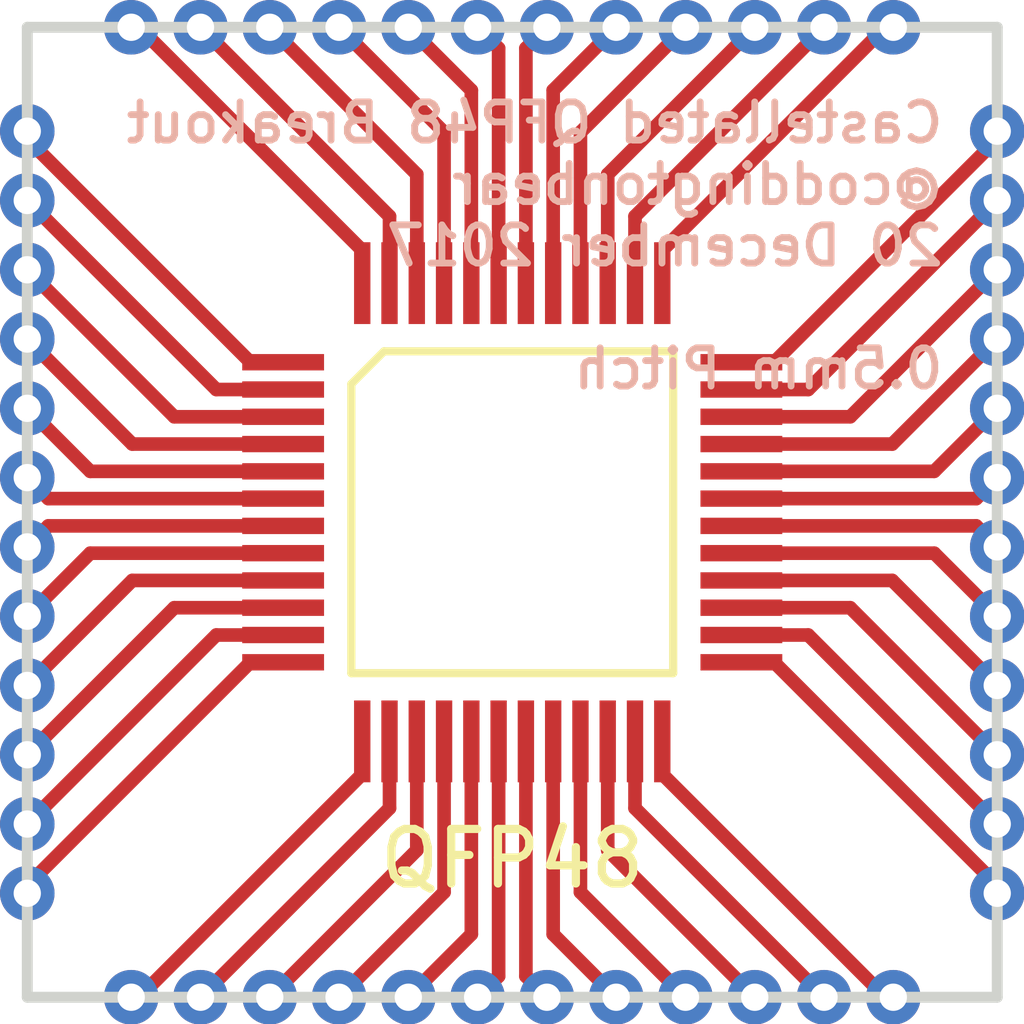
<source format=kicad_pcb>
(kicad_pcb (version 20221018) (generator pcbnew)
  (layers (0 "F.Cu" signal) (31 "B.Cu" signal) (34 "B.Paste" user) (35 "F.Paste" user) (36 "B.SilkS" user "B.Silkscreen") (37 "F.SilkS" user "F.Silkscreen") (38 "B.Mask" user) (39 "F.Mask" user) (44 "Edge.Cuts" user))
  (net 0 "")
  (footprint "adamgreig/agg-kicad/agg.pretty:LQFP-48" (layer "F.Cu") (at 171.45 78.105)
    (fp_text reference "REF**")
    (fp_text value "QFP48" (at 0 6.35) (layer "F.SilkS"))
    (fp_line (start -2.95 -2.35) (end -2.35 -2.95) (stroke (width 0.15)) (layer "F.SilkS"))
    (fp_line (start -2.95 2.95) (end -2.95 -2.35) (stroke (width 0.15)) (layer "F.SilkS"))
    (fp_line (start -2.35 -2.95) (end 2.95 -2.95) (stroke (width 0.15)) (layer "F.SilkS"))
    (fp_line (start 2.95 -2.95) (end 2.95 2.95) (stroke (width 0.15)) (layer "F.SilkS"))
    (fp_line (start 2.95 2.95) (end -2.95 2.95) (stroke (width 0.15)) (layer "F.SilkS"))
    (pad "1" smd rect (at -4.2 -2.75) (size 1.5 0.3) (layers "F.Cu" "F.Paste" "F.Mask"))
    (pad "2" smd rect (at -4.2 -2.25) (size 1.5 0.3) (layers "F.Cu" "F.Paste" "F.Mask"))
    (pad "3" smd rect (at -4.2 -1.75) (size 1.5 0.3) (layers "F.Cu" "F.Paste" "F.Mask"))
    (pad "4" smd rect (at -4.2 -1.25) (size 1.5 0.3) (layers "F.Cu" "F.Paste" "F.Mask"))
    (pad "5" smd rect (at -4.2 -0.75) (size 1.5 0.3) (layers "F.Cu" "F.Paste" "F.Mask"))
    (pad "6" smd rect (at -4.2 -0.25) (size 1.5 0.3) (layers "F.Cu" "F.Paste" "F.Mask"))
    (pad "7" smd rect (at -4.2 0.25) (size 1.5 0.3) (layers "F.Cu" "F.Paste" "F.Mask"))
    (pad "8" smd rect (at -4.2 0.75) (size 1.5 0.3) (layers "F.Cu" "F.Paste" "F.Mask"))
    (pad "9" smd rect (at -4.2 1.25) (size 1.5 0.3) (layers "F.Cu" "F.Paste" "F.Mask"))
    (pad "10" smd rect (at -4.2 1.75) (size 1.5 0.3) (layers "F.Cu" "F.Paste" "F.Mask"))
    (pad "11" smd rect (at -4.2 2.25) (size 1.5 0.3) (layers "F.Cu" "F.Paste" "F.Mask"))
    (pad "12" smd rect (at -4.2 2.75) (size 1.5 0.3) (layers "F.Cu" "F.Paste" "F.Mask"))
    (pad "13" smd rect (at -2.75 4.2) (size 0.3 1.5) (layers "F.Cu" "F.Paste" "F.Mask"))
    (pad "14" smd rect (at -2.25 4.2) (size 0.3 1.5) (layers "F.Cu" "F.Paste" "F.Mask"))
    (pad "15" smd rect (at -1.75 4.2) (size 0.3 1.5) (layers "F.Cu" "F.Paste" "F.Mask"))
    (pad "16" smd rect (at -1.25 4.2) (size 0.3 1.5) (layers "F.Cu" "F.Paste" "F.Mask"))
    (pad "17" smd rect (at -0.75 4.2) (size 0.3 1.5) (layers "F.Cu" "F.Paste" "F.Mask"))
    (pad "18" smd rect (at -0.25 4.2) (size 0.3 1.5) (layers "F.Cu" "F.Paste" "F.Mask"))
    (pad "19" smd rect (at 0.25 4.2) (size 0.3 1.5) (layers "F.Cu" "F.Paste" "F.Mask"))
    (pad "20" smd rect (at 0.75 4.2) (size 0.3 1.5) (layers "F.Cu" "F.Paste" "F.Mask"))
    (pad "21" smd rect (at 1.25 4.2) (size 0.3 1.5) (layers "F.Cu" "F.Paste" "F.Mask"))
    (pad "22" smd rect (at 1.75 4.2) (size 0.3 1.5) (layers "F.Cu" "F.Paste" "F.Mask"))
    (pad "23" smd rect (at 2.25 4.2) (size 0.3 1.5) (layers "F.Cu" "F.Paste" "F.Mask"))
    (pad "24" smd rect (at 2.75 4.2) (size 0.3 1.5) (layers "F.Cu" "F.Paste" "F.Mask"))
    (pad "25" smd rect (at 4.2 2.75) (size 1.5 0.3) (layers "F.Cu" "F.Paste" "F.Mask"))
    (pad "26" smd rect (at 4.2 2.25) (size 1.5 0.3) (layers "F.Cu" "F.Paste" "F.Mask"))
    (pad "27" smd rect (at 4.2 1.75) (size 1.5 0.3) (layers "F.Cu" "F.Paste" "F.Mask"))
    (pad "28" smd rect (at 4.2 1.25) (size 1.5 0.3) (layers "F.Cu" "F.Paste" "F.Mask"))
    (pad "29" smd rect (at 4.2 0.75) (size 1.5 0.3) (layers "F.Cu" "F.Paste" "F.Mask"))
    (pad "30" smd rect (at 4.2 0.25) (size 1.5 0.3) (layers "F.Cu" "F.Paste" "F.Mask"))
    (pad "31" smd rect (at 4.2 -0.25) (size 1.5 0.3) (layers "F.Cu" "F.Paste" "F.Mask"))
    (pad "32" smd rect (at 4.2 -0.75) (size 1.5 0.3) (layers "F.Cu" "F.Paste" "F.Mask"))
    (pad "33" smd rect (at 4.2 -1.25) (size 1.5 0.3) (layers "F.Cu" "F.Paste" "F.Mask"))
    (pad "34" smd rect (at 4.2 -1.75) (size 1.5 0.3) (layers "F.Cu" "F.Paste" "F.Mask"))
    (pad "35" smd rect (at 4.2 -2.25) (size 1.5 0.3) (layers "F.Cu" "F.Paste" "F.Mask"))
    (pad "36" smd rect (at 4.2 -2.75) (size 1.5 0.3) (layers "F.Cu" "F.Paste" "F.Mask"))
    (pad "37" smd rect (at 2.75 -4.2) (size 0.3 1.5) (layers "F.Cu" "F.Paste" "F.Mask"))
    (pad "38" smd rect (at 2.25 -4.2) (size 0.3 1.5) (layers "F.Cu" "F.Paste" "F.Mask"))
    (pad "39" smd rect (at 1.75 -4.2) (size 0.3 1.5) (layers "F.Cu" "F.Paste" "F.Mask"))
    (pad "40" smd rect (at 1.25 -4.2) (size 0.3 1.5) (layers "F.Cu" "F.Paste" "F.Mask"))
    (pad "41" smd rect (at 0.75 -4.2) (size 0.3 1.5) (layers "F.Cu" "F.Paste" "F.Mask"))
    (pad "42" smd rect (at 0.25 -4.2) (size 0.3 1.5) (layers "F.Cu" "F.Paste" "F.Mask"))
    (pad "43" smd rect (at -0.25 -4.2) (size 0.3 1.5) (layers "F.Cu" "F.Paste" "F.Mask"))
    (pad "44" smd rect (at -0.75 -4.2) (size 0.3 1.5) (layers "F.Cu" "F.Paste" "F.Mask"))
    (pad "45" smd rect (at -1.25 -4.2) (size 0.3 1.5) (layers "F.Cu" "F.Paste" "F.Mask"))
    (pad "46" smd rect (at -1.75 -4.2) (size 0.3 1.5) (layers "F.Cu" "F.Paste" "F.Mask"))
    (pad "47" smd rect (at -2.25 -4.2) (size 0.3 1.5) (layers "F.Cu" "F.Paste" "F.Mask"))
    (pad "48" smd rect (at -2.75 -4.2) (size 0.3 1.5) (layers "F.Cu" "F.Paste" "F.Mask"))
  )
  (gr_line (start 180.34 86.995) (end 162.56 86.995) (stroke (width 0.2)) (layer "Edge.Cuts"))
  (gr_line (start 180.34 69.215) (end 180.34 86.995) (stroke (width 0.2)) (layer "Edge.Cuts"))
  (gr_line (start 162.56 86.995) (end 162.56 69.215) (stroke (width 0.2)) (layer "Edge.Cuts"))
  (gr_line (start 162.56 69.215) (end 180.34 69.215) (stroke (width 0.2)) (layer "Edge.Cuts"))
  (gr_text "Castellated QFP48 Breakout\n@coddingtonbear\n20 December 2017\n\n0.5mm Pitch" (at 179.41 73.22) (layer "B.SilkS") (effects (font (size 0.7 0.7) (thickness 0.125)) (justify left mirror)))
  (segment (start 162.56 71.265) (end 162.56 71.12) (width 0.25) (layer "F.Cu") (net 0))
  (segment (start 178.415 76.855) (end 180.34 74.93) (width 0.25) (layer "F.Cu") (net 0))
  (segment (start 167.25 80.355) (end 166.025 80.355) (width 0.25) (layer "F.Cu") (net 0))
  (segment (start 166.65 80.855) (end 162.56 84.945) (width 0.25) (layer "F.Cu") (net 0))
  (segment (start 173.7 82.305) (end 173.7 83.53) (width 0.25) (layer "F.Cu") (net 0))
  (segment (start 179.185 77.355) (end 180.34 76.2) (width 0.25) (layer "F.Cu") (net 0))
  (segment (start 175.65 80.355) (end 176.875 80.355) (width 0.25) (layer "F.Cu") (net 0))
  (segment (start 168.7 82.305) (end 168.7 82.905) (width 0.25) (layer "F.Cu") (net 0))
  (segment (start 175.65 76.855) (end 178.415 76.855) (width 0.25) (layer "F.Cu") (net 0))
  (segment (start 176.25 75.355) (end 180.34 71.265) (width 0.25) (layer "F.Cu") (net 0))
  (segment (start 167.25 79.355) (end 164.485 79.355) (width 0.25) (layer "F.Cu") (net 0))
  (segment (start 167.25 75.355) (end 166.65 75.355) (width 0.25) (layer "F.Cu") (net 0))
  (segment (start 178.29 69.215) (end 178.435 69.215) (width 0.25) (layer "F.Cu") (net 0))
  (segment (start 176.875 75.855) (end 180.34 72.39) (width 0.25) (layer "F.Cu") (net 0))
  (segment (start 162.945 78.355) (end 162.56 78.74) (width 0.25) (layer "F.Cu") (net 0))
  (segment (start 169.2 72.68) (end 165.735 69.215) (width 0.25) (layer "F.Cu") (net 0))
  (segment (start 164.485 76.855) (end 162.56 74.93) (width 0.25) (layer "F.Cu") (net 0))
  (segment (start 168.7 82.905) (end 164.61 86.995) (width 0.25) (layer "F.Cu") (net 0))
  (segment (start 171.2 82.305) (end 171.2 86.61) (width 0.25) (layer "F.Cu") (net 0))
  (segment (start 172.2 85.84) (end 173.355 86.995) (width 0.25) (layer "F.Cu") (net 0))
  (segment (start 175.65 76.355) (end 177.645 76.355) (width 0.25) (layer "F.Cu") (net 0))
  (segment (start 167.25 80.855) (end 166.65 80.855) (width 0.25) (layer "F.Cu") (net 0))
  (segment (start 172.7 85.07) (end 174.625 86.995) (width 0.25) (layer "F.Cu") (net 0))
  (segment (start 169.7 82.305) (end 169.7 84.3) (width 0.25) (layer "F.Cu") (net 0))
  (segment (start 171.7 82.305) (end 171.7 86.61) (width 0.25) (layer "F.Cu") (net 0))
  (segment (start 170.2 71.14) (end 168.275 69.215) (width 0.25) (layer "F.Cu") (net 0))
  (segment (start 171.7 73.905) (end 171.7 69.6) (width 0.25) (layer "F.Cu") (net 0))
  (segment (start 180.34 71.265) (end 180.34 71.12) (width 0.25) (layer "F.Cu") (net 0))
  (segment (start 173.7 72.68) (end 177.165 69.215) (width 0.25) (layer "F.Cu") (net 0))
  (segment (start 170.7 82.305) (end 170.7 85.84) (width 0.25) (layer "F.Cu") (net 0))
  (segment (start 171.2 86.61) (end 170.815 86.995) (width 0.25) (layer "F.Cu") (net 0))
  (segment (start 179.955 77.855) (end 180.34 77.47) (width 0.25) (layer "F.Cu") (net 0))
  (segment (start 169.7 84.3) (end 167.005 86.995) (width 0.25) (layer "F.Cu") (net 0))
  (segment (start 167.25 77.355) (end 163.715 77.355) (width 0.25) (layer "F.Cu") (net 0))
  (segment (start 173.7 83.53) (end 177.165 86.995) (width 0.25) (layer "F.Cu") (net 0))
  (segment (start 174.2 82.905) (end 178.29 86.995) (width 0.25) (layer "F.Cu") (net 0))
  (segment (start 173.2 84.3) (end 175.895 86.995) (width 0.25) (layer "F.Cu") (net 0))
  (segment (start 171.7 69.6) (end 172.085 69.215) (width 0.25) (layer "F.Cu") (net 0))
  (segment (start 175.65 75.355) (end 176.25 75.355) (width 0.25) (layer "F.Cu") (net 0))
  (segment (start 168.7 73.305) (end 164.61 69.215) (width 0.25) (layer "F.Cu") (net 0))
  (segment (start 176.25 80.855) (end 180.34 84.945) (width 0.25) (layer "F.Cu") (net 0))
  (segment (start 180.34 84.945) (end 180.34 85.09) (width 0.25) (layer "F.Cu") (net 0))
  (segment (start 164.485 79.355) (end 162.56 81.28) (width 0.25) (layer "F.Cu") (net 0))
  (segment (start 167.25 79.855) (end 165.255 79.855) (width 0.25) (layer "F.Cu") (net 0))
  (segment (start 174.2 82.305) (end 174.2 82.905) (width 0.25) (layer "F.Cu") (net 0))
  (segment (start 164.61 69.215) (end 164.465 69.215) (width 0.25) (layer "F.Cu") (net 0))
  (segment (start 174.2 73.905) (end 174.2 73.305) (width 0.25) (layer "F.Cu") (net 0))
  (segment (start 168.7 73.905) (end 168.7 73.305) (width 0.25) (layer "F.Cu") (net 0))
  (segment (start 175.65 77.855) (end 179.955 77.855) (width 0.25) (layer "F.Cu") (net 0))
  (segment (start 166.025 80.355) (end 162.56 83.82) (width 0.25) (layer "F.Cu") (net 0))
  (segment (start 172.2 73.905) (end 172.2 70.37) (width 0.25) (layer "F.Cu") (net 0))
  (segment (start 171.2 69.6) (end 170.815 69.215) (width 0.25) (layer "F.Cu") (net 0))
  (segment (start 162.56 84.945) (end 162.56 85.09) (width 0.25) (layer "F.Cu") (net 0))
  (segment (start 179.185 78.855) (end 180.34 80.01) (width 0.25) (layer "F.Cu") (net 0))
  (segment (start 175.65 80.855) (end 176.25 80.855) (width 0.25) (layer "F.Cu") (net 0))
  (segment (start 173.2 73.905) (end 173.2 71.91) (width 0.25) (layer "F.Cu") (net 0))
  (segment (start 177.645 79.855) (end 180.34 82.55) (width 0.25) (layer "F.Cu") (net 0))
  (segment (start 167.25 76.855) (end 164.485 76.855) (width 0.25) (layer "F.Cu") (net 0))
  (segment (start 169.2 73.905) (end 169.2 72.68) (width 0.25) (layer "F.Cu") (net 0))
  (segment (start 179.955 78.355) (end 180.34 78.74) (width 0.25) (layer "F.Cu") (net 0))
  (segment (start 172.7 73.905) (end 172.7 71.14) (width 0.25) (layer "F.Cu") (net 0))
  (segment (start 167.25 78.355) (end 162.945 78.355) (width 0.25) (layer "F.Cu") (net 0))
  (segment (start 170.2 82.305) (end 170.2 85.07) (width 0.25) (layer "F.Cu") (net 0))
  (segment (start 163.715 78.855) (end 162.56 80.01) (width 0.25) (layer "F.Cu") (net 0))
  (segment (start 165.255 76.355) (end 162.56 73.66) (width 0.25) (layer "F.Cu") (net 0))
  (segment (start 164.61 86.995) (end 164.465 86.995) (width 0.25) (layer "F.Cu") (net 0))
  (segment (start 175.65 78.855) (end 179.185 78.855) (width 0.25) (layer "F.Cu") (net 0))
  (segment (start 169.7 73.905) (end 169.7 71.91) (width 0.25) (layer "F.Cu") (net 0))
  (segment (start 175.65 77.355) (end 179.185 77.355) (width 0.25) (layer "F.Cu") (net 0))
  (segment (start 163.715 77.355) (end 162.56 76.2) (width 0.25) (layer "F.Cu") (net 0))
  (segment (start 167.25 76.355) (end 165.255 76.355) (width 0.25) (layer "F.Cu") (net 0))
  (segment (start 166.025 75.855) (end 162.56 72.39) (width 0.25) (layer "F.Cu") (net 0))
  (segment (start 165.255 79.855) (end 162.56 82.55) (width 0.25) (layer "F.Cu") (net 0))
  (segment (start 167.25 75.855) (end 166.025 75.855) (width 0.25) (layer "F.Cu") (net 0))
  (segment (start 173.7 73.905) (end 173.7 72.68) (width 0.25) (layer "F.Cu") (net 0))
  (segment (start 173.2 71.91) (end 175.895 69.215) (width 0.25) (layer "F.Cu") (net 0))
  (segment (start 170.2 85.07) (end 168.275 86.995) (width 0.25) (layer "F.Cu") (net 0))
  (segment (start 172.7 82.305) (end 172.7 85.07) (width 0.25) (layer "F.Cu") (net 0))
  (segment (start 169.7 71.91) (end 167.005 69.215) (width 0.25) (layer "F.Cu") (net 0))
  (segment (start 169.2 83.53) (end 165.735 86.995) (width 0.25) (layer "F.Cu") (net 0))
  (segment (start 170.2 73.905) (end 170.2 71.14) (width 0.25) (layer "F.Cu") (net 0))
  (segment (start 162.945 77.855) (end 162.56 77.47) (width 0.25) (layer "F.Cu") (net 0))
  (segment (start 174.2 73.305) (end 178.29 69.215) (width 0.25) (layer "F.Cu") (net 0))
  (segment (start 175.65 75.855) (end 176.875 75.855) (width 0.25) (layer "F.Cu") (net 0))
  (segment (start 176.875 80.355) (end 180.34 83.82) (width 0.25) (layer "F.Cu") (net 0))
  (segment (start 171.2 73.905) (end 171.2 69.6) (width 0.25) (layer "F.Cu") (net 0))
  (segment (start 175.65 79.355) (end 178.415 79.355) (width 0.25) (layer "F.Cu") (net 0))
  (segment (start 171.7 86.61) (end 172.085 86.995) (width 0.25) (layer "F.Cu") (net 0))
  (segment (start 178.415 79.355) (end 180.34 81.28) (width 0.25) (layer "F.Cu") (net 0))
  (segment (start 166.65 75.355) (end 162.56 71.265) (width 0.25) (layer "F.Cu") (net 0))
  (segment (start 167.25 77.855) (end 162.945 77.855) (width 0.25) (layer "F.Cu") (net 0))
  (segment (start 167.25 78.855) (end 163.715 78.855) (width 0.25) (layer "F.Cu") (net 0))
  (segment (start 169.2 82.305) (end 169.2 83.53) (width 0.25) (layer "F.Cu") (net 0))
  (segment (start 178.29 86.995) (end 178.435 86.995) (width 0.25) (layer "F.Cu") (net 0))
  (segment (start 170.7 85.84) (end 169.545 86.995) (width 0.25) (layer "F.Cu") (net 0))
  (segment (start 172.2 82.305) (end 172.2 85.84) (width 0.25) (layer "F.Cu") (net 0))
  (segment (start 177.645 76.355) (end 180.34 73.66) (width 0.25) (layer "F.Cu") (net 0))
  (segment (start 175.65 79.855) (end 177.645 79.855) (width 0.25) (layer "F.Cu") (net 0))
  (segment (start 172.7 71.14) (end 174.625 69.215) (width 0.25) (layer "F.Cu") (net 0))
  (segment (start 170.7 73.905) (end 170.7 70.37) (width 0.25) (layer "F.Cu") (net 0))
  (segment (start 173.2 82.305) (end 173.2 84.3) (width 0.25) (layer "F.Cu") (net 0))
  (segment (start 170.7 70.37) (end 169.545 69.215) (width 0.25) (layer "F.Cu") (net 0))
  (segment (start 172.2 70.37) (end 173.355 69.215) (width 0.25) (layer "F.Cu") (net 0))
  (segment (start 175.65 78.355) (end 179.955 78.355) (width 0.25) (layer "F.Cu") (net 0))
  (via (at 170.815 86.995) (size 1) (drill 0.5) (layers "F.Cu" "B.Cu") (net 0))
  (via (at 167.005 69.215) (size 1) (drill 0.5) (layers "F.Cu" "B.Cu") (net 0))
  (via (at 173.355 69.215) (size 1) (drill 0.5) (layers "F.Cu" "B.Cu") (net 0))
  (via (at 180.34 80.01) (size 1) (drill 0.5) (layers "F.Cu" "B.Cu") (net 0))
  (via (at 168.275 86.995) (size 1) (drill 0.5) (layers "F.Cu" "B.Cu") (net 0))
  (via (at 180.34 78.74) (size 1) (drill 0.5) (layers "F.Cu" "B.Cu") (net 0))
  (via (at 175.895 69.215) (size 1) (drill 0.5) (layers "F.Cu" "B.Cu") (net 0))
  (via (at 173.355 86.995) (size 1) (drill 0.5) (layers "F.Cu" "B.Cu") (net 0))
  (via (at 162.56 80.01) (size 1) (drill 0.5) (layers "F.Cu" "B.Cu") (net 0))
  (via (at 162.56 73.66) (size 1) (drill 0.5) (layers "F.Cu" "B.Cu") (net 0))
  (via (at 169.545 86.995) (size 1) (drill 0.5) (layers "F.Cu" "B.Cu") (net 0))
  (via (at 180.34 83.82) (size 1) (drill 0.5) (layers "F.Cu" "B.Cu") (net 0))
  (via (at 174.625 69.215) (size 1) (drill 0.5) (layers "F.Cu" "B.Cu") (net 0))
  (via (at 162.56 82.55) (size 1) (drill 0.5) (layers "F.Cu" "B.Cu") (net 0))
  (via (at 168.275 69.215) (size 1) (drill 0.5) (layers "F.Cu" "B.Cu") (net 0))
  (via (at 180.34 73.66) (size 1) (drill 0.5) (layers "F.Cu" "B.Cu") (net 0))
  (via (at 165.735 69.215) (size 1) (drill 0.5) (layers "F.Cu" "B.Cu") (net 0))
  (via (at 170.815 69.215) (size 1) (drill 0.5) (layers "F.Cu" "B.Cu") (net 0))
  (via (at 180.34 76.2) (size 1) (drill 0.5) (layers "F.Cu" "B.Cu") (net 0))
  (via (at 165.735 86.995) (size 1) (drill 0.5) (layers "F.Cu" "B.Cu") (net 0))
  (via (at 162.56 77.47) (size 1) (drill 0.5) (layers "F.Cu" "B.Cu") (net 0))
  (via (at 175.895 86.995) (size 1) (drill 0.5) (layers "F.Cu" "B.Cu") (net 0))
  (via (at 167.005 86.995) (size 1) (drill 0.5) (layers "F.Cu" "B.Cu") (net 0))
  (via (at 180.34 72.39) (size 1) (drill 0.5) (layers "F.Cu" "B.Cu") (net 0))
  (via (at 162.56 76.2) (size 1) (drill 0.5) (layers "F.Cu" "B.Cu") (net 0))
  (via (at 172.085 86.995) (size 1) (drill 0.5) (layers "F.Cu" "B.Cu") (net 0))
  (via (at 172.085 69.215) (size 1) (drill 0.5) (layers "F.Cu" "B.Cu") (net 0))
  (via (at 162.56 81.28) (size 1) (drill 0.5) (layers "F.Cu" "B.Cu") (net 0))
  (via (at 177.165 69.215) (size 1) (drill 0.5) (layers "F.Cu" "B.Cu") (net 0))
  (via (at 164.465 69.215) (size 1) (drill 0.5) (layers "F.Cu" "B.Cu") (net 0))
  (via (at 180.34 77.47) (size 1) (drill 0.5) (layers "F.Cu" "B.Cu") (net 0))
  (via (at 180.34 85.09) (size 1) (drill 0.5) (layers "F.Cu" "B.Cu") (net 0))
  (via (at 180.34 71.12) (size 1) (drill 0.5) (layers "F.Cu" "B.Cu") (net 0))
  (via (at 164.465 86.995) (size 1) (drill 0.5) (layers "F.Cu" "B.Cu") (net 0))
  (via (at 162.56 85.09) (size 1) (drill 0.5) (layers "F.Cu" "B.Cu") (net 0))
  (via (at 162.56 72.39) (size 1) (drill 0.5) (layers "F.Cu" "B.Cu") (net 0))
  (via (at 162.56 83.82) (size 1) (drill 0.5) (layers "F.Cu" "B.Cu") (net 0))
  (via (at 180.34 81.28) (size 1) (drill 0.5) (layers "F.Cu" "B.Cu") (net 0))
  (via (at 178.435 69.215) (size 1) (drill 0.5) (layers "F.Cu" "B.Cu") (net 0))
  (via (at 162.56 78.74) (size 1) (drill 0.5) (layers "F.Cu" "B.Cu") (net 0))
  (via (at 174.625 86.995) (size 1) (drill 0.5) (layers "F.Cu" "B.Cu") (net 0))
  (via (at 162.56 71.12) (size 1) (drill 0.5) (layers "F.Cu" "B.Cu") (net 0))
  (via (at 180.34 82.55) (size 1) (drill 0.5) (layers "F.Cu" "B.Cu") (net 0))
  (via (at 180.34 74.93) (size 1) (drill 0.5) (layers "F.Cu" "B.Cu") (net 0))
  (via (at 169.545 69.215) (size 1) (drill 0.5) (layers "F.Cu" "B.Cu") (net 0))
  (via (at 177.165 86.995) (size 1) (drill 0.5) (layers "F.Cu" "B.Cu") (net 0))
  (via (at 162.56 74.93) (size 1) (drill 0.5) (layers "F.Cu" "B.Cu") (net 0))
  (via (at 178.435 86.995) (size 1) (drill 0.5) (layers "F.Cu" "B.Cu") (net 0))
)
</source>
